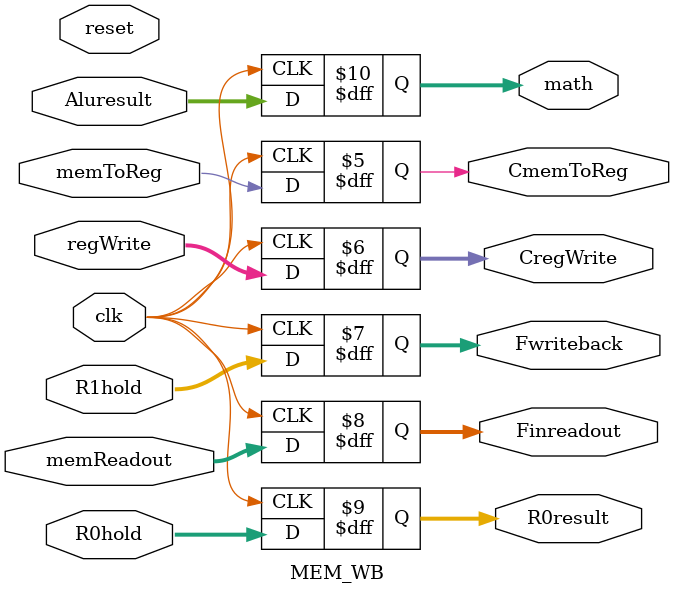
<source format=v>
module MEM_WB(clk, reset, Aluresult, memReadout, R1hold, R0hold, regWrite, memToReg, Finreadout, Fwriteback, R0result, CmemToReg, CregWrite, math);

input clk, reset,memToReg;
input [1:0] regWrite;
input [3:0] R1hold;
input [15:0] memReadout, R0hold, Aluresult;

output reg CmemToReg;
output reg [1:0] CregWrite;
output reg [3:0] Fwriteback;
output reg [15:0] Finreadout, R0result, math;

reg [4:0] waiting;
reg [5:0] index;
reg [6:0] controlSignals [6:0];

always@(negedge clk)
begin
	if(!reset)
	begin
		waiting<=0;
		CmemToReg<=0;
		CregWrite<=0;
		Finreadout<=16'hzzzz;
		Fwriteback<=16'hzzzz;
		R0result<= 16'hzzzz;
	end
	
	CmemToReg<=memToReg; 
	CregWrite<=regWrite; 
	Finreadout<=memReadout;
	Fwriteback<= R1hold; 
	R0result<= R0hold;
	math<=Aluresult;
end

endmodule

</source>
